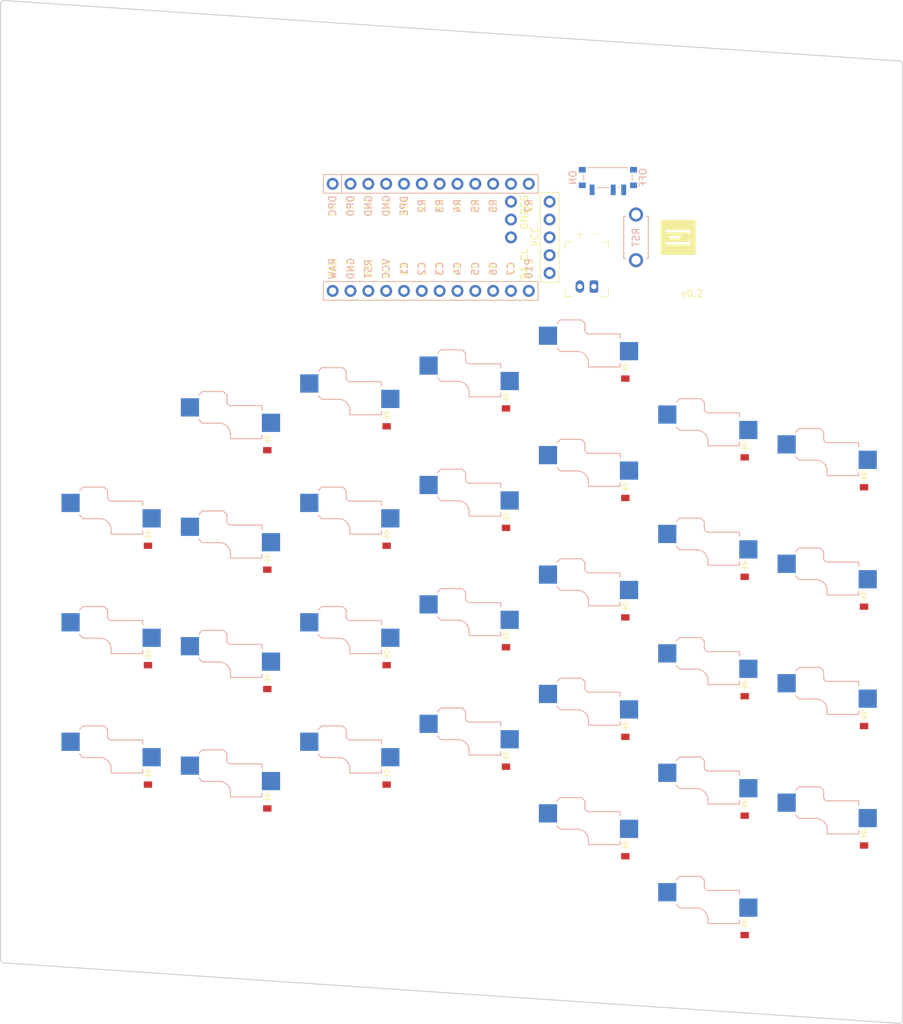
<source format=kicad_pcb>
(kicad_pcb
	(version 20240108)
	(generator "pcbnew")
	(generator_version "8.0")
	(general
		(thickness 1.6)
		(legacy_teardrops no)
	)
	(paper "A3")
	(title_block
		(title "right")
		(date "2025-06-25")
		(rev "v0.2")
		(company "Happily-Coding")
	)
	(layers
		(0 "F.Cu" signal)
		(31 "B.Cu" signal)
		(32 "B.Adhes" user "B.Adhesive")
		(33 "F.Adhes" user "F.Adhesive")
		(34 "B.Paste" user)
		(35 "F.Paste" user)
		(36 "B.SilkS" user "B.Silkscreen")
		(37 "F.SilkS" user "F.Silkscreen")
		(38 "B.Mask" user)
		(39 "F.Mask" user)
		(40 "Dwgs.User" user "User.Drawings")
		(41 "Cmts.User" user "User.Comments")
		(42 "Eco1.User" user "User.Eco1")
		(43 "Eco2.User" user "User.Eco2")
		(44 "Edge.Cuts" user)
		(45 "Margin" user)
		(46 "B.CrtYd" user "B.Courtyard")
		(47 "F.CrtYd" user "F.Courtyard")
		(48 "B.Fab" user)
		(49 "F.Fab" user)
	)
	(setup
		(pad_to_mask_clearance 0.05)
		(allow_soldermask_bridges_in_footprints no)
		(pcbplotparams
			(layerselection 0x00010fc_ffffffff)
			(plot_on_all_layers_selection 0x0000000_00000000)
			(disableapertmacros no)
			(usegerberextensions no)
			(usegerberattributes yes)
			(usegerberadvancedattributes yes)
			(creategerberjobfile yes)
			(dashed_line_dash_ratio 12.000000)
			(dashed_line_gap_ratio 3.000000)
			(svgprecision 4)
			(plotframeref no)
			(viasonmask no)
			(mode 1)
			(useauxorigin no)
			(hpglpennumber 1)
			(hpglpenspeed 20)
			(hpglpendiameter 15.000000)
			(pdf_front_fp_property_popups yes)
			(pdf_back_fp_property_popups yes)
			(dxfpolygonmode yes)
			(dxfimperialunits yes)
			(dxfusepcbnewfont yes)
			(psnegative no)
			(psa4output no)
			(plotreference yes)
			(plotvalue yes)
			(plotfptext yes)
			(plotinvisibletext no)
			(sketchpadsonfab no)
			(subtractmaskfromsilk no)
			(outputformat 1)
			(mirror no)
			(drillshape 1)
			(scaleselection 1)
			(outputdirectory "")
		)
	)
	(net 0 "")
	(net 1 "mirror_col1_row4")
	(net 2 "C1")
	(net 3 "GND")
	(net 4 "mirror_col1_row3")
	(net 5 "mirror_col1_row2")
	(net 6 "mirror_col1_row1")
	(net 7 "mirror_col2_row5")
	(net 8 "C2")
	(net 9 "mirror_col2_row4")
	(net 10 "mirror_col2_row3")
	(net 11 "mirror_col2_row2")
	(net 12 "mirror_col2_row1")
	(net 13 "mirror_col3_row5")
	(net 14 "C3")
	(net 15 "mirror_col3_row4")
	(net 16 "mirror_col3_row3")
	(net 17 "mirror_col3_row2")
	(net 18 "mirror_col3_row1")
	(net 19 "mirror_col4_row4")
	(net 20 "C4")
	(net 21 "mirror_col4_row3")
	(net 22 "mirror_col4_row2")
	(net 23 "mirror_col4_row1")
	(net 24 "mirror_col5_row4")
	(net 25 "C5")
	(net 26 "mirror_col5_row3")
	(net 27 "mirror_col5_row2")
	(net 28 "mirror_col5_row1")
	(net 29 "mirror_col6_row4")
	(net 30 "C6")
	(net 31 "mirror_col6_row3")
	(net 32 "mirror_col6_row2")
	(net 33 "mirror_col6_row1")
	(net 34 "mirror_col7_row4")
	(net 35 "C7")
	(net 36 "mirror_col7_row3")
	(net 37 "mirror_col7_row2")
	(net 38 "R4")
	(net 39 "R3")
	(net 40 "R2")
	(net 41 "R1")
	(net 42 "R5")
	(net 43 "RAW")
	(net 44 "RST")
	(net 45 "VCC")
	(net 46 "P10")
	(net 47 "DPC")
	(net 48 "DPD")
	(net 49 "DPE")
	(net 50 "R6")
	(net 51 "R7")
	(net 52 "P101")
	(net 53 "P102")
	(net 54 "P107")
	(net 55 "BAT_P")
	(footprint "ceoloide:diode_tht_sod123" (layer "F.Cu") (at 312.75 32.03 90))
	(footprint "ceoloide:diode_tht_sod123" (layer "F.Cu") (at 312.75 83.03 90))
	(footprint "ceoloide:diode_tht_sod123" (layer "F.Cu") (at 312.75 15.03 90))
	(footprint "ceoloide:diode_tht_sod123" (layer "F.Cu") (at 329.75 77.25 90))
	(footprint "ceoloide:diode_tht_sod123" (layer "F.Cu") (at 329.75 26.25 90))
	(footprint "ceoloide:diode_tht_sod123" (layer "F.Cu") (at 329.75 94.25 90))
	(footprint "ceoloide:battery_connector_jst_ph_2" (layer "F.Cu") (at 307.27 3.58 180))
	(footprint "ceoloide:diode_tht_sod123" (layer "F.Cu") (at 244.75 38.83 90))
	(footprint "ceoloide:diode_tht_sod123" (layer "F.Cu") (at 261.75 76.23 90))
	(footprint "ceoloide:diode_tht_sod123" (layer "F.Cu") (at 295.75 70.28 90))
	(footprint "ceoloide:diode_tht_sod123" (layer "F.Cu") (at 244.75 72.83 90))
	(footprint "ceoloide:utility_ergogen_logo" (layer "F.Cu") (at 320.27 -3.42))
	(footprint "ceoloide:diode_tht_sod123" (layer "F.Cu") (at 278.75 38.83 90))
	(footprint "ceoloide:mcu_nice_nano" (layer "F.Cu") (at 283.76 -3.42 90))
	(footprint "ceoloide:display_nice_view" (layer "F.Cu") (at 285.26 -3.42 90))
	(footprint "ceoloide:diode_tht_sod123" (layer "F.Cu") (at 295.75 53.28 90))
	(footprint "ceoloide:diode_tht_sod123" (layer "F.Cu") (at 278.75 72.83 90))
	(footprint "ceoloide:diode_tht_sod123" (layer "F.Cu") (at 329.75 60.25 90))
	(footprint "ceoloide:diode_tht_sod123" (layer "F.Cu") (at 312.75 66.03 90))
	(footprint "ceoloide:diode_tht_sod123" (layer "F.Cu") (at 346.75 30.5 90))
	(footprint "ceoloide:diode_tht_sod123" (layer "F.Cu") (at 312.75 49.03 90))
	(footprint "ceoloide:diode_tht_sod123" (layer "F.Cu") (at 261.75 59.23 90))
	(footprint "ceoloide:diode_tht_sod123" (layer "F.Cu") (at 346.75 47.5 90))
	(footprint "ceoloide:diode_tht_sod123" (layer "F.Cu") (at 278.75 21.83 90))
	(footprint "ceoloide:diode_tht_sod123" (layer "F.Cu") (at 244.75 55.83 90))
	(footprint "ceoloide:diode_tht_sod123" (layer "F.Cu") (at 295.75 19.28 90))
	(footprint "ceoloide:diode_tht_sod123" (layer "F.Cu") (at 346.75 81.5 90))
	(footprint "ceoloide:diode_tht_sod123" (layer "F.Cu") (at 346.75 64.5 90))
	(footprint "ceoloide:diode_tht_sod123" (layer "F.Cu") (at 329.75 43.25 90))
	(footprint "ceoloide:diode_tht_sod123" (layer "F.Cu") (at 295.75 36.28 90))
	(footprint "ceoloide:diode_tht_sod123" (layer "F.Cu") (at 261.75 42.23 90))
	(footprint "ceoloide:diode_tht_sod123" (layer "F.Cu") (at 278.75 55.83 90))
	(footprint "ceoloide:diode_tht_sod123" (layer "F.Cu") (at 261.75 25.23 90))
	(footprint "ceoloide:switch_choc_v1_v2" (layer "B.Cu") (at 271 74.33))
	(footprint "ceoloide:switch_choc_v1_v2" (layer "B.Cu") (at 305 33.53))
	(footprint "ceoloide:switch_choc_v1_v2" (layer "B.Cu") (at 322 78.75))
	(footprint "ceoloide:switch_choc_v1_v2" (layer "B.Cu") (at 271 57.33))
	(footprint "ceoloide:switch_choc_v1_v2" (layer "B.Cu") (at 305 16.53))
	(footprint "ceoloide:switch_choc_v1_v2" (layer "B.Cu") (at 237 74.33))
	(footprint "ceoloide:switch_choc_v1_v2" (layer "B.Cu") (at 305 67.53))
	(footprint "ceoloide:switch_choc_v1_v2" (layer "B.Cu") (at 339 32))
	(footprint "ceoloide:switch_choc_v1_v2" (layer "B.Cu") (at 322 44.75))
	(footprint "ceoloide:switch_choc_v1_v2" (layer "B.Cu") (at 322 95.75))
	(footprint "ceoloide:switch_choc_v1_v2" (layer "B.Cu") (at 305 50.53))
	(footprint "ceoloide:switch_choc_v1_v2" (layer "B.Cu") (at 237 57.33))
	(footprint "ceoloide:switch_choc_v1_v2" (layer "B.Cu") (at 271 40.33))
	(footprint "ceoloide:switch_choc_v1_v2" (layer "B.Cu") (at 288 71.78))
	(footprint "ceoloide:switch_choc_v1_v2" (layer "B.Cu") (at 254 43.73))
	(footprint "ceoloide:switch_choc_v1_v2" (layer "B.Cu") (at 322 27.75))
	(footprint "ceoloide:switch_choc_v1_v2" (layer "B.Cu") (at 288 37.78))
	(footprint "ceoloide:power_switch_smd_side"
		(layer "B.Cu")
		(uuid "8a0cd550-b245-486f-944e-03093096655c")
		(at 310.27 -11.92 90)
		(property "Reference" "PWR1"
			(at -3.6 0 0)
			(layer "B.SilkS")
			(hide yes)
			(uuid "2184be78-8a0e-4789-a2ba-78a4fe795113")
			(effects
				(font
					(size 1 1)
					(thickness 0.15)
				)
			)
		)
		(property "Value" ""
			(at 0 0 90)
			(layer "F.Fab")
			(uuid "8ba01229-425b-4df8-a39a-4abd62bbc4c0")
			(effects
				(font
					(size 1.27 1.27)
					(thickness 0.15)
				)
			)
		)
		(property "Footprint" ""
			(at 0 0 90)
			(layer "F.Fab")
			(hide yes)
			(uuid "5c162237-bc17-463c-8a22-e5322ce64953")
			(effects
				(font
					(size 1.27 1.27)
					(thickness 0.15)
				)
			)
		)
		(property "Datasheet" ""
			(at 0 0 90)
			(layer "F.Fab")
			(hide yes)
			(uuid "3707a381-0234-4404-ae97-038d6d625ef4")
			(effects
				(font
					(size 1.27 1.27)
					(thickness 0.15)
				)
			)
		)
		(property "Description" ""
			(at 0 0 90)
			(layer "F.Fab")
			(hide yes)
			(uuid "97cfcfe4-d692-4557-97fa-7a3294cb1af2")
			(effects
				(font
					(size 1.27 1.27)
					(thickness 0.15)
				)
			)
		)
		(attr smd)
		(fp_line
			(start -0.375 -3.45)
			(end 0.415 -3.45)
			(stroke
				(width 0.12)
				(type solid)
			)
			(layer "B.SilkS")
			(uuid "040844e4-d068-480e-88cf-9d35962aaa7d")
		)
		(fp_line
			(start 1.425 -2.85)
			(end 1.425 2.85)
			(stroke
				(width 0.12)
				(type solid)
			)
			(layer "B.SilkS")
			(uuid "b2a12094-b706-4b6e-8496-e75b31f24ddd")
		)
		(fp_line
			(start -1.425 -1.6)
			(end -1.425 0.1)
			(stroke
				(width 0.12)
				(type solid)
			)
			(layer "B.SilkS")
			(uuid "73acbcdb-fc08-426a-b162-9853ddcabe49")
		)
		(fp_line
			(start -1.425 1.4)
			(end -1.425 1.6)
			(stroke
				(width 0.12)
				(type solid)
			)
			(layer "B.SilkS")
			(uuid "0bf88737-d359-4bb4-981a-87f737dfee68")
		)
		(fp_line
			(start 0.415 3.45)
			(end -0.375 3.45)
			(stroke
				(width 0.12)
				(type solid)
			)
			(layer "B.SilkS")
			(uuid "e65d268a-7270-450a-bcb6-49ebe1b0eb5d")
		)
		(fp_line
			(start 1.295 -3.35)
			(end 1.295 3.35)
			(stroke
				(width 0.1)
				(type solid)
			)
			(layer "B.Fab")
			(uuid "a9368a47-cf7b-484f-bd46-5df76f9fda9c")
		)
		(fp_line
			(start -1.305 -3.35)
			(end 1.295 -3.35)
			(stroke
				(width 0.1)
				(type solid)
			)
			(layer "B.Fab")
			(uuid "33ce637b-4cf2-4dca-ab38-6958b553eef7")
		)
		(fp_line
			(start 2.645 -1.4)
			(end 2.84
... [65781 chars truncated]
</source>
